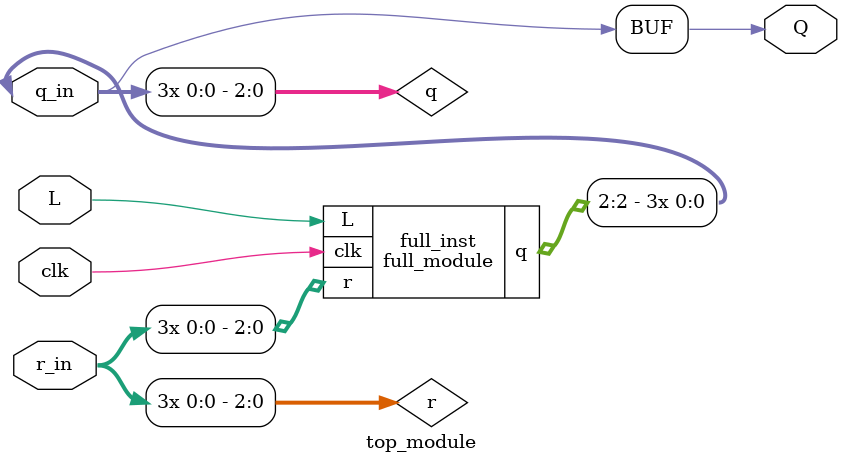
<source format=sv>
module mux_dff (
    input clk,
    input L,
    input r_in,
    input q_dff,
    output reg Q
);
    always @(posedge clk) begin
        if (L) begin
            Q <= r_in;
        end else begin
            Q <= q_dff;
        end
    end
endmodule
module full_module (
    input [2:0] r,
    input L,
    input clk,
    output [2:0] q
);

    wire [2:0] q_int; // intermediate signals for feedback

    mux_dff u0 (
        .clk(clk),
        .L(L),
        .r_in(r[0]),
        .q_dff(q[0]),
        .Q(q_int[0])
    );

    mux_dff u1 (
        .clk(clk),
        .L(L),
        .r_in(r[1]),
        .q_dff(q[1]),
        .Q(q_int[1])
    );

    mux_dff u2 (
        .clk(clk),
        .L(L),
        .r_in(r[2]),
        .q_dff(q[2]),
        .Q(q_int[2])
    );

    assign q = {q_int[1] ^ q_int[2], q_int[0], q_int[2]};

endmodule
module top_module(
    input clk,
    input L,
    input q_in,
    input r_in,
    output reg Q
);
    // Instantiate full_module
    wire [2:0] q;
    wire [2:0] r;
    assign r = {r_in, r_in, r_in}; // multiplex r_in into required bits
    assign q = {q_in, q_in, q_in}; // multiplex q_in into required bits

    full_module full_inst (
        .r(r),
        .L(L),
        .clk(clk),
        .q(q)
    );

    // single bit assignment for the output Q
    always @(*) begin
        Q = q[2]; // or any q[x] for required bit
    end
endmodule

</source>
